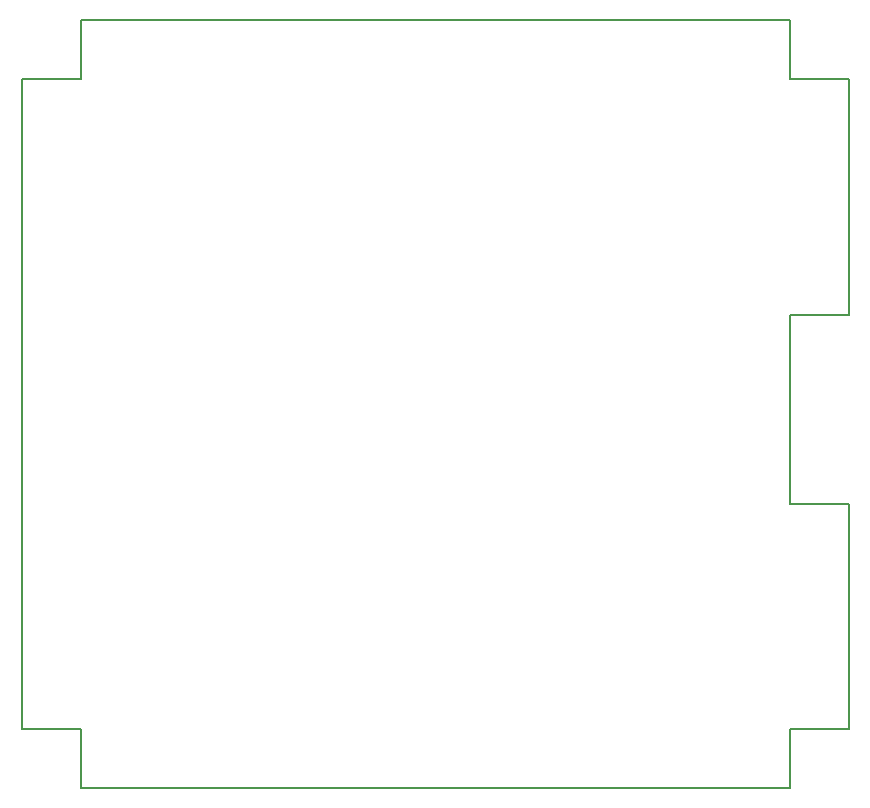
<source format=gko>
G04*
G04 #@! TF.GenerationSoftware,Altium Limited,Altium Designer,20.0.13 (296)*
G04*
G04 Layer_Color=16711935*
%FSTAX42Y42*%
%MOMM*%
G71*
G01*
G75*
%ADD11C,0.20*%
D11*
X006414Y008166D02*
X012414D01*
Y008666D01*
X012913D01*
Y010566D01*
X012414D02*
X012913D01*
X012414D02*
Y012166D01*
X012913D01*
Y014166D01*
X012414D02*
X012913D01*
X012414D02*
Y014666D01*
X006414D02*
X012414D01*
X006414Y014166D02*
Y014666D01*
X005913Y014166D02*
X006414D01*
X005913Y008666D02*
Y014166D01*
Y008666D02*
X006414D01*
Y008166D02*
Y008666D01*
M02*

</source>
